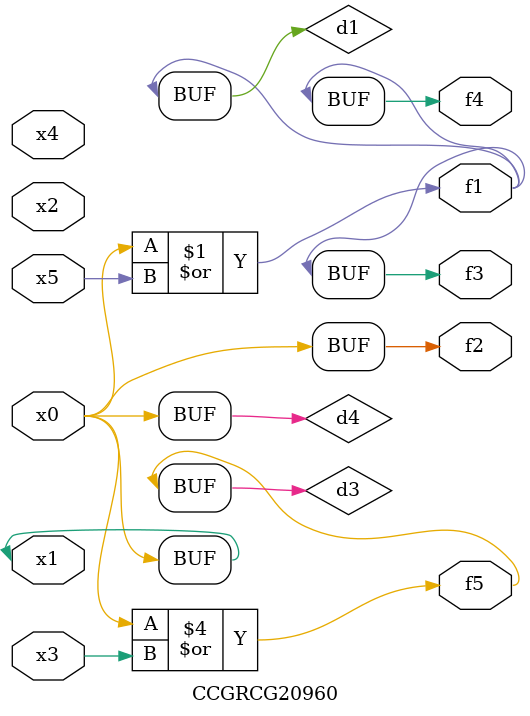
<source format=v>
module CCGRCG20960(
	input x0, x1, x2, x3, x4, x5,
	output f1, f2, f3, f4, f5
);

	wire d1, d2, d3, d4;

	or (d1, x0, x5);
	xnor (d2, x1, x4);
	or (d3, x0, x3);
	buf (d4, x0, x1);
	assign f1 = d1;
	assign f2 = d4;
	assign f3 = d1;
	assign f4 = d1;
	assign f5 = d3;
endmodule

</source>
